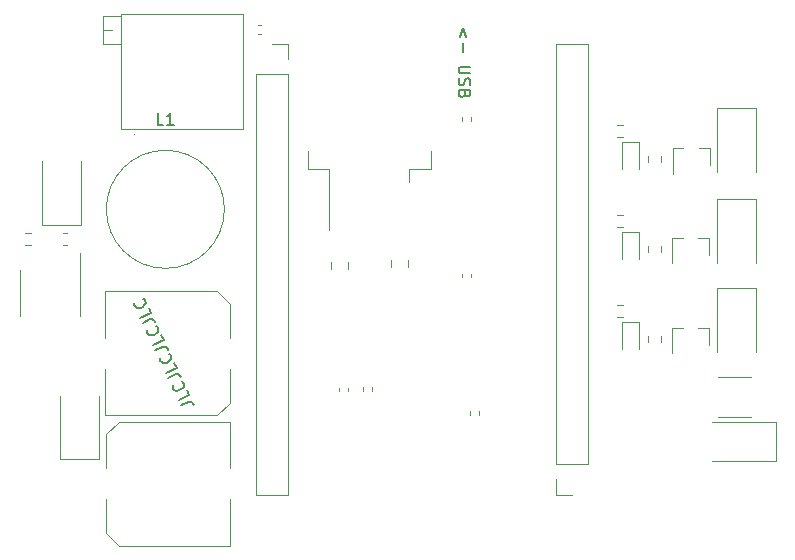
<source format=gbr>
%TF.GenerationSoftware,KiCad,Pcbnew,5.1.10-88a1d61d58~88~ubuntu20.04.1*%
%TF.CreationDate,2021-05-09T16:45:47+02:00*%
%TF.ProjectId,Control_board,436f6e74-726f-46c5-9f62-6f6172642e6b,rev?*%
%TF.SameCoordinates,Original*%
%TF.FileFunction,Legend,Top*%
%TF.FilePolarity,Positive*%
%FSLAX46Y46*%
G04 Gerber Fmt 4.6, Leading zero omitted, Abs format (unit mm)*
G04 Created by KiCad (PCBNEW 5.1.10-88a1d61d58~88~ubuntu20.04.1) date 2021-05-09 16:45:47*
%MOMM*%
%LPD*%
G01*
G04 APERTURE LIST*
%ADD10C,0.150000*%
%ADD11C,0.120000*%
G04 APERTURE END LIST*
D10*
X181570285Y-51474952D02*
X181284571Y-50713047D01*
X180998857Y-51474952D01*
X181284571Y-51951142D02*
X181284571Y-52713047D01*
X181903619Y-53951142D02*
X181094095Y-53951142D01*
X180998857Y-53998761D01*
X180951238Y-54046380D01*
X180903619Y-54141619D01*
X180903619Y-54332095D01*
X180951238Y-54427333D01*
X180998857Y-54474952D01*
X181094095Y-54522571D01*
X181903619Y-54522571D01*
X180951238Y-54951142D02*
X180903619Y-55094000D01*
X180903619Y-55332095D01*
X180951238Y-55427333D01*
X180998857Y-55474952D01*
X181094095Y-55522571D01*
X181189333Y-55522571D01*
X181284571Y-55474952D01*
X181332190Y-55427333D01*
X181379809Y-55332095D01*
X181427428Y-55141619D01*
X181475047Y-55046380D01*
X181522666Y-54998761D01*
X181617904Y-54951142D01*
X181713142Y-54951142D01*
X181808380Y-54998761D01*
X181856000Y-55046380D01*
X181903619Y-55141619D01*
X181903619Y-55379714D01*
X181856000Y-55522571D01*
X181427428Y-56284476D02*
X181379809Y-56427333D01*
X181332190Y-56474952D01*
X181236952Y-56522571D01*
X181094095Y-56522571D01*
X180998857Y-56474952D01*
X180951238Y-56427333D01*
X180903619Y-56332095D01*
X180903619Y-55951142D01*
X181903619Y-55951142D01*
X181903619Y-56284476D01*
X181856000Y-56379714D01*
X181808380Y-56427333D01*
X181713142Y-56474952D01*
X181617904Y-56474952D01*
X181522666Y-56427333D01*
X181475047Y-56379714D01*
X181427428Y-56284476D01*
X181427428Y-55951142D01*
X157411782Y-82649712D02*
X158059145Y-82347842D01*
X158208742Y-82330625D01*
X158335306Y-82376691D01*
X158438838Y-82486039D01*
X158479087Y-82572354D01*
X157915596Y-81363944D02*
X158116843Y-81795519D01*
X157210535Y-82218137D01*
X157446912Y-80584200D02*
X157510194Y-80607233D01*
X157613726Y-80716581D01*
X157653975Y-80802896D01*
X157671192Y-80952493D01*
X157625126Y-81079058D01*
X157558936Y-81162464D01*
X157406430Y-81286121D01*
X157276958Y-81346495D01*
X157084203Y-81383836D01*
X156977763Y-81380928D01*
X156851199Y-81334862D01*
X156747668Y-81225514D01*
X156707418Y-81139199D01*
X156690202Y-80989602D01*
X156713235Y-80926320D01*
X156325049Y-80319206D02*
X156972412Y-80017336D01*
X157122009Y-80000120D01*
X157248574Y-80046185D01*
X157352105Y-80155533D01*
X157392355Y-80241848D01*
X156828863Y-79033438D02*
X157030110Y-79465013D01*
X156123803Y-79887631D01*
X156360180Y-78253694D02*
X156423462Y-78276727D01*
X156526993Y-78386075D01*
X156567243Y-78472390D01*
X156584459Y-78621987D01*
X156538394Y-78748552D01*
X156472203Y-78831959D01*
X156319698Y-78955615D01*
X156190225Y-79015989D01*
X155997471Y-79053330D01*
X155891031Y-79050422D01*
X155764466Y-79004356D01*
X155660935Y-78895008D01*
X155620686Y-78808693D01*
X155603469Y-78659096D01*
X155626502Y-78595814D01*
X155238317Y-77988701D02*
X155885679Y-77686830D01*
X156035277Y-77669614D01*
X156161841Y-77715680D01*
X156265372Y-77825027D01*
X156305622Y-77911343D01*
X155742131Y-76702932D02*
X155943378Y-77134507D01*
X155037070Y-77557126D01*
X155273447Y-75923189D02*
X155336729Y-75946222D01*
X155440261Y-76055569D01*
X155480510Y-76141884D01*
X155497727Y-76291482D01*
X155451661Y-76418046D01*
X155385471Y-76501453D01*
X155232965Y-76625109D01*
X155103493Y-76685483D01*
X154910738Y-76722824D01*
X154804298Y-76719916D01*
X154677734Y-76673851D01*
X154574202Y-76564503D01*
X154533953Y-76478188D01*
X154516736Y-76328590D01*
X154539769Y-76265308D01*
X154151584Y-75658195D02*
X154798947Y-75356325D01*
X154948544Y-75339108D01*
X155075108Y-75385174D01*
X155178640Y-75494522D01*
X155218889Y-75580837D01*
X154655398Y-74372426D02*
X154856645Y-74804002D01*
X153950337Y-75226620D01*
X154186714Y-73592683D02*
X154249996Y-73615716D01*
X154353528Y-73725064D01*
X154393777Y-73811379D01*
X154410994Y-73960976D01*
X154364928Y-74087540D01*
X154298738Y-74170947D01*
X154146232Y-74294603D01*
X154016760Y-74354977D01*
X153824005Y-74392319D01*
X153717565Y-74389411D01*
X153591001Y-74343345D01*
X153487470Y-74233997D01*
X153447220Y-74147682D01*
X153430004Y-73998085D01*
X153453036Y-73934803D01*
D11*
X153466800Y-59690000D02*
G75*
G03*
X153466800Y-59690000I-50800J0D01*
G01*
%TO.C,RV1*%
X152345000Y-49471000D02*
X162615000Y-49471000D01*
X152345000Y-59241000D02*
X162615000Y-59241000D01*
X152345000Y-49471000D02*
X152345000Y-59241000D01*
X162615000Y-49471000D02*
X162615000Y-59241000D01*
X150825000Y-49647000D02*
X152344000Y-49647000D01*
X150825000Y-52076000D02*
X152344000Y-52076000D01*
X150825000Y-49647000D02*
X150825000Y-52076000D01*
X152344000Y-49647000D02*
X152344000Y-52076000D01*
X150825000Y-50861000D02*
X151584000Y-50861000D01*
%TO.C,R3*%
X198007500Y-69643258D02*
X198007500Y-69168742D01*
X196962500Y-69643258D02*
X196962500Y-69168742D01*
%TO.C,C1*%
X161578500Y-94541000D02*
X161578500Y-90591000D01*
X161578500Y-84021000D02*
X161578500Y-87971000D01*
X152122937Y-84021000D02*
X161578500Y-84021000D01*
X152122937Y-94541000D02*
X161578500Y-94541000D01*
X151058500Y-93476563D02*
X151058500Y-90591000D01*
X151058500Y-85085437D02*
X151058500Y-87971000D01*
X151058500Y-85085437D02*
X152122937Y-84021000D01*
X151058500Y-93476563D02*
X152122937Y-94541000D01*
%TO.C,C2*%
X147727580Y-68070000D02*
X147446420Y-68070000D01*
X147727580Y-69090000D02*
X147446420Y-69090000D01*
%TO.C,C3*%
X161515000Y-74036437D02*
X160450563Y-72972000D01*
X161515000Y-82427563D02*
X160450563Y-83492000D01*
X161515000Y-82427563D02*
X161515000Y-79542000D01*
X161515000Y-74036437D02*
X161515000Y-76922000D01*
X160450563Y-72972000D02*
X150995000Y-72972000D01*
X160450563Y-83492000D02*
X150995000Y-83492000D01*
X150995000Y-83492000D02*
X150995000Y-79542000D01*
X150995000Y-72972000D02*
X150995000Y-76922000D01*
%TO.C,C4*%
X170080000Y-70538748D02*
X170080000Y-71061252D01*
X171550000Y-70538748D02*
X171550000Y-71061252D01*
%TO.C,D1*%
X145670000Y-67376000D02*
X148970000Y-67376000D01*
X148970000Y-67376000D02*
X148970000Y-61976000D01*
X145670000Y-67376000D02*
X145670000Y-61976000D01*
%TO.C,D2*%
X147194000Y-87220000D02*
X150494000Y-87220000D01*
X150494000Y-87220000D02*
X150494000Y-81820000D01*
X147194000Y-87220000D02*
X147194000Y-81820000D01*
%TO.C,D3*%
X196188000Y-70243500D02*
X196188000Y-67958500D01*
X196188000Y-67958500D02*
X194718000Y-67958500D01*
X194718000Y-67958500D02*
X194718000Y-70243500D01*
%TO.C,D4*%
X206120000Y-65180000D02*
X202820000Y-65180000D01*
X202820000Y-65180000D02*
X202820000Y-70580000D01*
X206120000Y-65180000D02*
X206120000Y-70580000D01*
%TO.C,D5*%
X194718000Y-60338500D02*
X194718000Y-62623500D01*
X196188000Y-60338500D02*
X194718000Y-60338500D01*
X196188000Y-62623500D02*
X196188000Y-60338500D01*
%TO.C,D6*%
X206120000Y-57465000D02*
X206120000Y-62865000D01*
X202820000Y-57465000D02*
X202820000Y-62865000D01*
X206120000Y-57465000D02*
X202820000Y-57465000D01*
%TO.C,D7*%
X194718000Y-75578500D02*
X194718000Y-77863500D01*
X196188000Y-75578500D02*
X194718000Y-75578500D01*
X196188000Y-77863500D02*
X196188000Y-75578500D01*
%TO.C,D8*%
X206120000Y-72705000D02*
X206120000Y-78105000D01*
X202820000Y-72705000D02*
X202820000Y-78105000D01*
X206120000Y-72705000D02*
X202820000Y-72705000D01*
%TO.C,D9*%
X207775000Y-87375000D02*
X202375000Y-87375000D01*
X207775000Y-84075000D02*
X202375000Y-84075000D01*
X207775000Y-87375000D02*
X207775000Y-84075000D01*
%TO.C,F1*%
X205623752Y-80205000D02*
X202851248Y-80205000D01*
X205623752Y-83625000D02*
X202851248Y-83625000D01*
%TO.C,J10*%
X191830000Y-87630000D02*
X189170000Y-87630000D01*
X191830000Y-87630000D02*
X191830000Y-52010000D01*
X191830000Y-52010000D02*
X189170000Y-52010000D01*
X189170000Y-87630000D02*
X189170000Y-52010000D01*
X189170000Y-90230000D02*
X189170000Y-88900000D01*
X190500000Y-90230000D02*
X189170000Y-90230000D01*
%TO.C,J11*%
X165100000Y-52010000D02*
X166430000Y-52010000D01*
X166430000Y-52010000D02*
X166430000Y-53340000D01*
X166430000Y-54610000D02*
X166430000Y-90230000D01*
X163770000Y-90230000D02*
X166430000Y-90230000D01*
X163770000Y-54610000D02*
X163770000Y-90230000D01*
X163770000Y-54610000D02*
X166430000Y-54610000D01*
%TO.C,Q1*%
X202113000Y-68455000D02*
X201183000Y-68455000D01*
X198953000Y-68455000D02*
X199883000Y-68455000D01*
X198953000Y-68455000D02*
X198953000Y-70615000D01*
X202113000Y-68455000D02*
X202113000Y-69915000D01*
%TO.C,Q2*%
X202179000Y-60851000D02*
X202179000Y-62311000D01*
X199019000Y-60851000D02*
X199019000Y-63011000D01*
X199019000Y-60851000D02*
X199949000Y-60851000D01*
X202179000Y-60851000D02*
X201249000Y-60851000D01*
%TO.C,Q3*%
X202113000Y-76059000D02*
X202113000Y-77519000D01*
X198953000Y-76059000D02*
X198953000Y-78219000D01*
X198953000Y-76059000D02*
X199883000Y-76059000D01*
X202113000Y-76059000D02*
X201183000Y-76059000D01*
%TO.C,R1*%
X144700258Y-68057500D02*
X144225742Y-68057500D01*
X144700258Y-69102500D02*
X144225742Y-69102500D01*
%TO.C,R2*%
X194801258Y-66533500D02*
X194326742Y-66533500D01*
X194801258Y-67578500D02*
X194326742Y-67578500D01*
%TO.C,R4*%
X194801258Y-59958500D02*
X194326742Y-59958500D01*
X194801258Y-58913500D02*
X194326742Y-58913500D01*
%TO.C,R5*%
X198007500Y-62023258D02*
X198007500Y-61548742D01*
X196962500Y-62023258D02*
X196962500Y-61548742D01*
%TO.C,R6*%
X194801258Y-75198500D02*
X194326742Y-75198500D01*
X194801258Y-74153500D02*
X194326742Y-74153500D01*
%TO.C,R7*%
X196962500Y-77263258D02*
X196962500Y-76788742D01*
X198007500Y-77263258D02*
X198007500Y-76788742D01*
%TO.C,R8*%
X181990000Y-58573641D02*
X181990000Y-58266359D01*
X181230000Y-58573641D02*
X181230000Y-58266359D01*
%TO.C,R9*%
X181990000Y-71783641D02*
X181990000Y-71476359D01*
X181230000Y-71783641D02*
X181230000Y-71476359D01*
%TO.C,R10*%
X182625000Y-83463641D02*
X182625000Y-83156359D01*
X181865000Y-83463641D02*
X181865000Y-83156359D01*
%TO.C,R11*%
X173608000Y-81124359D02*
X173608000Y-81431641D01*
X172848000Y-81124359D02*
X172848000Y-81431641D01*
%TO.C,R12*%
X171576000Y-81128359D02*
X171576000Y-81435641D01*
X170816000Y-81128359D02*
X170816000Y-81435641D01*
%TO.C,U1*%
X148864000Y-73152000D02*
X148864000Y-69702000D01*
X148864000Y-73152000D02*
X148864000Y-75102000D01*
X143744000Y-73152000D02*
X143744000Y-71202000D01*
X143744000Y-73152000D02*
X143744000Y-75102000D01*
%TO.C,U2*%
X176745000Y-62640000D02*
X176745000Y-63740000D01*
X178555000Y-62640000D02*
X176745000Y-62640000D01*
X178555000Y-61140000D02*
X178555000Y-62640000D01*
X169965000Y-62640000D02*
X169965000Y-67765000D01*
X168155000Y-62640000D02*
X169965000Y-62640000D01*
X168155000Y-61140000D02*
X168155000Y-62640000D01*
%TO.C,C5*%
X176630000Y-70363748D02*
X176630000Y-70886252D01*
X175160000Y-70363748D02*
X175160000Y-70886252D01*
%TO.C,C6*%
X163948164Y-50440000D02*
X164163836Y-50440000D01*
X163948164Y-51160000D02*
X164163836Y-51160000D01*
%TO.C,L1*%
X161080000Y-66040000D02*
G75*
G03*
X161080000Y-66040000I-5000000J0D01*
G01*
D10*
X155913333Y-58872380D02*
X155437142Y-58872380D01*
X155437142Y-57872380D01*
X156770476Y-58872380D02*
X156199047Y-58872380D01*
X156484761Y-58872380D02*
X156484761Y-57872380D01*
X156389523Y-58015238D01*
X156294285Y-58110476D01*
X156199047Y-58158095D01*
%TD*%
M02*

</source>
